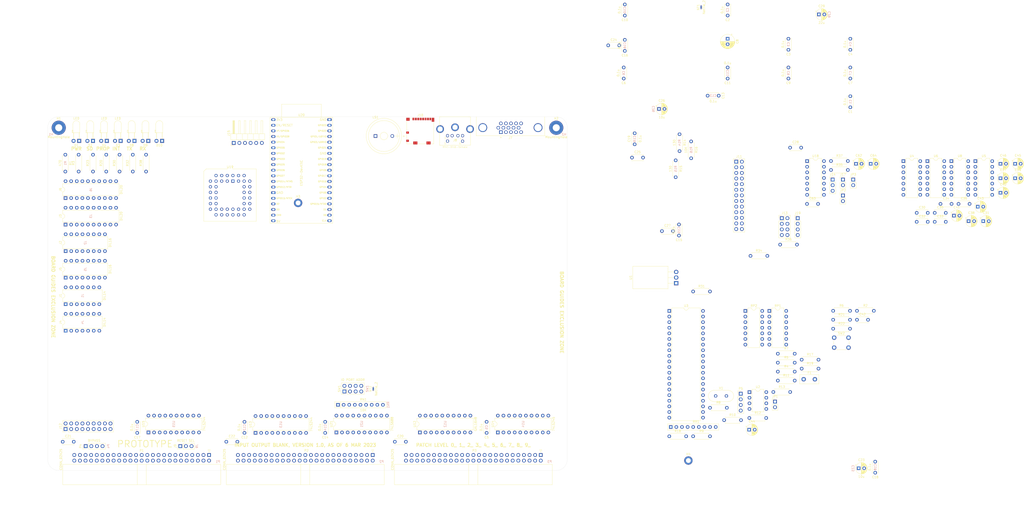
<source format=kicad_pcb>
(kicad_pcb (version 20211014) (generator pcbnew)
  (layers (0 "F.Cu" signal) (31 "B.Cu" signal) (34 "B.Paste" user) (35 "F.Paste" user) (36 "B.SilkS" user "B.Silkscreen") (37 "F.SilkS" user "F.Silkscreen") (38 "B.Mask" user) (39 "F.Mask" user) (44 "Edge.Cuts" user))
  (net 0 "")
  (net 1 "GND")
  (net 2 "VCC")
  (net 3 "VDD")
  (net 4 "Net-(C42-Pad1)")
  (net 5 "Net-(C44-Pad2)")
  (net 6 "Net-(D4-Pad2)")
  (net 7 "Net-(D3-Pad1)")
  (net 8 "Net-(RN1-Pad9)")
  (net 9 "Net-(RN1-Pad5)")
  (net 10 "Net-(RN1-Pad4)")
  (net 11 "Net-(RN1-Pad3)")
  (net 12 "Net-(RN1-Pad2)")
  (net 13 "Net-(D1-Pad2)")
  (net 14 "-12V")
  (net 15 "~{EIRQ0}")
  (net 16 "~{EIRQ1}")
  (net 17 "~{EIRQ2}")
  (net 18 "~{EIRQ3}")
  (net 19 "~{EIRQ4}")
  (net 20 "~{EIRQ5}")
  (net 21 "~{EIRQ6}")
  (net 22 "~{EIRQ7}")
  (net 23 "~{INT0}")
  (net 24 "~{M1}")
  (net 25 "~{IORQ}")
  (net 26 "~{WR}")
  (net 27 "~{RD}")
  (net 28 "A0")
  (net 29 "A1")
  (net 30 "A2")
  (net 31 "A3")
  (net 32 "A4")
  (net 33 "A5")
  (net 34 "A6")
  (net 35 "A7")
  (net 36 "+12V")
  (net 37 "D0")
  (net 38 "D1")
  (net 39 "D2")
  (net 40 "D3")
  (net 41 "D4")
  (net 42 "D5")
  (net 43 "D6")
  (net 44 "D7")
  (net 45 "ONE")
  (net 46 "ZERO")
  (net 47 "bD6")
  (net 48 "bD5")
  (net 49 "bD4")
  (net 50 "bD3")
  (net 51 "bD2")
  (net 52 "bD1")
  (net 53 "bD0")
  (net 54 "~{bWR}")
  (net 55 "~{bRD}")
  (net 56 "bA0")
  (net 57 "bD7")
  (net 58 "~{bRESET}")
  (net 59 "~{bM1}")
  (net 60 "bA7")
  (net 61 "bA6")
  (net 62 "bA5")
  (net 63 "bA4")
  (net 64 "~{bIORQ}")
  (net 65 "bA1")
  (net 66 "bA2")
  (net 67 "bA3")
  (net 168 "/bus/D15")
  (net 169 "/bus/D31")
  (net 170 "/bus/D14")
  (net 171 "/bus/D30")
  (net 172 "/bus/D13")
  (net 173 "/bus/D29")
  (net 174 "/bus/D12")
  (net 175 "/bus/D28")
  (net 176 "/bus/D11")
  (net 177 "/bus/D27")
  (net 178 "/bus/D10")
  (net 179 "/bus/D26")
  (net 180 "/bus/D9")
  (net 181 "/bus/D25")
  (net 182 "/bus/D8")
  (net 183 "/bus/D24")
  (net 184 "/bus/D23")
  (net 185 "/bus/D22")
  (net 186 "/bus/D21")
  (net 187 "/bus/D20")
  (net 188 "/bus/D19")
  (net 189 "/bus/D18")
  (net 190 "/bus/D17")
  (net 191 "/bus/D16")
  (net 192 "/bus/~{BUSERR}")
  (net 193 "/bus/UDS")
  (net 194 "/bus/~{VPA}")
  (net 195 "/bus/LDS")
  (net 196 "/bus/~{VMA}")
  (net 197 "/bus/S2")
  (net 198 "/bus/~{BHE}")
  (net 199 "/bus/S1")
  (net 200 "/bus/IPL2")
  (net 201 "/bus/S0")
  (net 202 "/bus/IPL1")
  (net 203 "/bus/AUXCLK3")
  (net 204 "/bus/IPL0")
  (net 205 "/bus/AUXCLK2")
  (net 206 "/bus/A15")
  (net 207 "/bus/A31")
  (net 208 "/bus/A14")
  (net 209 "/bus/A30")
  (net 210 "/bus/A13")
  (net 211 "/bus/A29")
  (net 212 "/bus/A12")
  (net 213 "/bus/A28")
  (net 214 "/bus/A11")
  (net 215 "/bus/A27")
  (net 216 "/bus/A10")
  (net 217 "/bus/A26")
  (net 218 "/bus/A9")
  (net 219 "/bus/A25")
  (net 220 "/bus/A8")
  (net 221 "/bus/A24")
  (net 222 "/bus/A23")
  (net 223 "/bus/A22")
  (net 224 "/bus/A21")
  (net 225 "/bus/A20")
  (net 226 "/bus/A19")
  (net 227 "/bus/A18")
  (net 228 "/bus/A17")
  (net 229 "/bus/A16")
  (net 230 "/bus/IC3")
  (net 231 "/ESP32/EN")
  (net 232 "/bus/IC2")
  (net 233 "Net-(D2-Pad2)")
  (net 234 "/bus/IC1")
  (net 235 "Net-(D4-Pad1)")
  (net 236 "/bus/IC0")
  (net 237 "Net-(D8-Pad1)")
  (net 238 "/bus/AUXCLK1")
  (net 239 "/bus/AUXCLK0")
  (net 240 "/bus/E")
  (net 241 "/bus/ST")
  (net 242 "/bus/PHI")
  (net 243 "/bus/~{MREQ}")
  (net 244 "/bus/~{INT2}")
  (net 245 "/bus/~{INT1}")
  (net 246 "/bus/~{BUSACK}")
  (net 247 "/bus/CRUCLK")
  (net 248 "/bus/CLK")
  (net 249 "/bus/CRUOUT")
  (net 250 "/bus/CRUIN")
  (net 251 "/bus/~{NMI}")
  (net 252 "~{RES_IN}")
  (net 253 "~{RES_OUT}")
  (net 254 "/bus/USER8")
  (net 255 "/bus/~{BUSRQ}")
  (net 256 "/bus/USER7")
  (net 257 "Net-(D8-Pad2)")
  (net 258 "/bus/USER6")
  (net 259 "/bus/~{HALT}")
  (net 260 "/bus/USER5")
  (net 261 "/bus/~{RFSH}")
  (net 262 "/bus/USER4")
  (net 263 "/bus/USER3")
  (net 264 "/bus/USER2")
  (net 265 "/bus/USER1")
  (net 266 "/bus/USER0")
  (net 267 "~{BAI}")
  (net 268 "~{BAO}")
  (net 269 "~{IEI}")
  (net 270 "~{IEO}")
  (net 271 "/bus/I2C_SCL")
  (net 272 "/bus/I2C_SDA")
  (net 273 "Net-(D9-Pad1)")
  (net 277 "Net-(D9-Pad2)")
  (net 278 "Net-(D10-Pad1)")
  (net 279 "Net-(D10-Pad2)")
  (net 280 "/Propeller/KBD_VCC")
  (net 281 "/Propeller/RED")
  (net 282 "/Propeller/GREEN")
  (net 283 "/Propeller/BLUE")
  (net 288 "/Propeller/HSYNC")
  (net 289 "/Propeller/VSYNC")
  (net 301 "/Propeller/DAT2")
  (net 303 "/Propeller/~{nCS}{slash}DAT3")
  (net 304 "/Propeller/DI{slash}CMD")
  (net 317 "Net-(J9-Pad2)")
  (net 318 "/Propeller/SDCLK")
  (net 319 "/Propeller/DO{slash}DAT0")
  (net 320 "/Propeller/nIRQ{slash}DAT1")
  (net 321 "/ESP32/SENSOR_VP")
  (net 322 "/ESP32/IO23")
  (net 323 "/ESP32/SENSOR_VN")
  (net 324 "/ESP32/IO22")
  (net 325 "/ESP32/IO34")
  (net 326 "/ESP32/IO21")
  (net 327 "/ESP32/IO35")
  (net 328 "/ESP32/IO32")
  (net 329 "/ESP32/IO17")
  (net 330 "/ESP32/IO33")
  (net 331 "/ESP32/IO16")
  (net 332 "/ESP32/IO25")
  (net 333 "/ESP32/IO2")
  (net 334 "/ESP32/IO26")
  (net 335 "/ESP32/SD1")
  (net 336 "/ESP32/IO27")
  (net 337 "/ESP32/SD0")
  (net 338 "/ESP32/CLK-ESP32")
  (net 339 "/ESP32/SD2")
  (net 340 "/ESP32/CMD")
  (net 341 "/ESP32/SD3")
  (net 342 "Net-(J12-Pad1)")
  (net 343 "/ESP32/TTL_RX")
  (net 344 "/ESP32/IO4")
  (net 345 "/ESP32/TTL_TX")
  (net 346 "/ESP32/IO5")
  (net 347 "/ESP32/TTL_CTS#")
  (net 348 "/ESP32/IO18")
  (net 349 "/ESP32/TTL_RTS#")
  (net 350 "/ESP32/IO19")
  (net 351 "/ESP32/RXD")
  (net 352 "/ESP32/TXD")
  (net 353 "Net-(J15-Pad3)")
  (net 355 "/ESP32/TTL_DSR#")
  (net 356 "Net-(J19-Pad1)")
  (net 357 "Net-(J19-Pad2)")
  (net 358 "Net-(J19-Pad3)")
  (net 359 "Net-(J19-Pad4)")
  (net 360 "Net-(JP1-Pad1)")
  (net 361 "~{WAIT}")
  (net 362 "/ESP32/VCC_ESP32")
  (net 363 "/ESP32/IO0")
  (net 365 "/bus/~{TEND1}")
  (net 366 "/bus/~{DREQ1}")
  (net 367 "/bus/~{TEND0}")
  (net 368 "/bus/~{DREQ0}")
  (net 369 "Net-(P5-Pad2)")
  (net 370 "/Propeller/RX")
  (net 371 "/Propeller/TX")
  (net 372 "/Propeller/SPK")
  (net 373 "Net-(R4-Pad1)")
  (net 374 "Net-(R5-Pad1)")
  (net 375 "Net-(R6-Pad1)")
  (net 376 "Net-(R7-Pad1)")
  (net 377 "Net-(R8-Pad1)")
  (net 378 "Net-(R9-Pad1)")
  (net 379 "Net-(R10-Pad1)")
  (net 380 "Net-(R11-Pad1)")
  (net 381 "/Propeller/CLR")
  (net 382 "/Propeller/KBD_DAT")
  (net 383 "/Propeller/KBD_CLK")
  (net 385 "Net-(R22-Pad2)")
  (net 386 "/ESP32/bRESET")
  (net 387 "/ESP32/MTDI")
  (net 388 "/ESP32/MTDO")
  (net 389 "/ESP32/MTMS")
  (net 390 "/ESP32/MTCK")
  (net 391 "Net-(RP1-Pad8)")
  (net 392 "Net-(RP1-Pad9)")
  (net 393 "Net-(RP1-Pad10)")
  (net 394 "Net-(RP1-Pad11)")
  (net 395 "Net-(RP1-Pad12)")
  (net 396 "Net-(RP1-Pad13)")
  (net 397 "Net-(RP1-Pad14)")
  (net 399 "~{CS_PROP}")
  (net 400 "Net-(RP2-Pad9)")
  (net 401 "Net-(RP2-Pad10)")
  (net 402 "Net-(RP2-Pad11)")
  (net 403 "Net-(RP2-Pad12)")
  (net 405 "Net-(RP2-Pad14)")
  (net 406 "/Propeller/SDA")
  (net 407 "/Propeller/SCL")
  (net 408 "Net-(U3-Pad30)")
  (net 409 "Net-(U3-Pad31)")
  (net 410 "Net-(U4-Pad2)")
  (net 411 "Net-(U4-Pad4)")
  (net 412 "Net-(U4-Pad6)")
  (net 417 "Net-(U5-Pad5)")
  (net 424 "/ESP32/INT")
  (net 425 "~{CS_BRD}")
  (net 426 "~{CS_SERIAL}")
  (net 431 "/ESP32/CLK_UART")
  (net 437 "Net-(U19-Pad10)")
  (net 442 "/ESP32/TXRDY#")
  (net 443 "/ESP32/RXRDY#")
  (net 445 "/ESP32/TTL_OUT2")
  (net 446 "/ESP32/TTL_DTR#")
  (net 447 "/ESP32/TTL_OUT1")
  (net 448 "/ESP32/TTL_DCD#")
  (net 449 "/ESP32/TTL_RI#")
  (net 451 "Net-(R20-Pad1)")
  (net 452 "Net-(J8-Pad1)")
  (net 453 "Net-(J8-Pad5)")
  (footprint "MountingHole:MountingHole_3.2mm_M3_Pad" (layer "F.Cu") (at 265 75)
    (fp_text reference "H2")
    (fp_text value "MountingHole")
  )
  (footprint "MountingHole:MountingHole_3.2mm_M3_Pad" (layer "F.Cu") (at 40 75)
    (fp_text reference "H1")
    (fp_text value "MountingHole")
  )
  (footprint "Connector_IDC:IDC-Header_2x25_P2.54mm_Horizontal" (layer "F.Cu") (at 182 223 -90)
    (fp_text reference "P2")
    (fp_text value "CONN_02X25")
  )
  (footprint "Connector_IDC:IDC-Header_2x25_P2.54mm_Horizontal" (layer "F.Cu") (at 258 223 -90)
    (fp_text reference "P3")
    (fp_text value "CONN_02X25")
  )
  (footprint "Connector_IDC:IDC-Header_2x25_P2.54mm_Horizontal" (layer "F.Cu") (at 108 223 -90)
    (fp_text reference "P1")
    (fp_text value "CONN_02X25")
  )
  (footprint "Resistor_THT:R_Axial_DIN0207_L6.3mm_D2.5mm_P7.62mm_Horizontal" (layer "F.Cu") (at 326.9 214.54)
    (fp_text reference "R9")
    (fp_text value "270")
  )
  (footprint "Capacitor_THT:C_Disc_D5.0mm_W2.5mm_P5.00mm" (layer "F.Cu") (at 296 35.25 -90)
    (fp_text reference "C16")
    (fp_text value "0.1u")
  )
  (footprint "Connector_PinHeader_2.54mm:PinHeader_1x04_P2.54mm_Vertical" (layer "F.Cu") (at 348.43 195.29)
    (fp_text reference "P5")
    (fp_text value "PROPPLUG")
  )
  (footprint "Connector_PinHeader_2.54mm:PinHeader_1x06_P2.54mm_Horizontal" (layer "F.Cu") (at 119.15 81.875 90)
    (fp_text reference "J15")
    (fp_text value "TTL SERIAL")
  )
  (footprint "Package_DIP:DIP-16_W7.62mm" (layer "F.Cu") (at 43.125 130.8 90)
    (fp_text reference "J2")
    (fp_text value "DIL16")
  )
  (footprint "Resistor_THT:R_Axial_DIN0207_L6.3mm_D2.5mm_P7.62mm_Horizontal" (layer "F.Cu") (at 401 157.79)
    (fp_text reference "R2")
    (fp_text value "240")
  )
  (footprint "Resistor_THT:R_Axial_DIN0207_L6.3mm_D2.5mm_P7.62mm_Horizontal" (layer "F.Cu") (at 365.21 185.29)
    (fp_text reference "R4")
    (fp_text value "510")
  )
  (footprint "Resistor_THT:R_Axial_DIN0207_L6.3mm_D2.5mm_P7.62mm_Horizontal" (layer "F.Cu") (at 340.93 207.24)
    (fp_text reference "R10")
    (fp_text value "270")
  )
  (footprint "Capacitor_THT:C_Disc_D5.0mm_W2.5mm_P5.00mm" (layer "F.Cu") (at 115.794888 217)
    (fp_text reference "C22")
    (fp_text value "0.1u")
  )
  (footprint "Capacitor_THT:C_Disc_D5.0mm_W2.5mm_P5.00mm" (layer "F.Cu") (at 296 19.25 -90)
    (fp_text reference "C10")
    (fp_text value "0.1u")
  )
  (footprint "Resistor_THT:R_Axial_DIN0207_L6.3mm_D2.5mm_P7.62mm_Horizontal" (layer "F.Cu") (at 55.5 94.81 90)
    (fp_text reference "R23")
    (fp_text value "330")
  )
  (footprint "Connector_PinHeader_2.54mm:PinHeader_1x02_P2.54mm_Vertical" (layer "F.Cu") (at 363.93 198.86)
    (fp_text reference "JP1")
    (fp_text value "WAIT EN")
  )
  (footprint "LED_THT:LED_D3.0mm_Horizontal_O3.81mm_Z2.0mm" (layer "F.Cu") (at 49.25 80.95 180)
    (fp_text reference "D1")
    (fp_text value "LED")
  )
  (footprint "LED_THT:LED_D3.0mm_Horizontal_O3.81mm_Z2.0mm" (layer "F.Cu") (at 55.5 80.95 180)
    (fp_text reference "D2")
    (fp_text value "LED")
  )
  (footprint "Capacitor_THT:CP_Radial_D5.0mm_P2.50mm" (layer "F.Cu") (at 352.239775 211.56)
    (fp_text reference "C44")
    (fp_text value "10u")
  )
  (footprint "Capacitor_THT:C_Disc_D5.0mm_W2.5mm_P5.00mm" (layer "F.Cu") (at 160.5 208 -90)
    (fp_text reference "C14")
    (fp_text value "0.1u")
  )
  (footprint "Resistor_THT:R_Axial_DIN0207_L6.3mm_D2.5mm_P7.62mm_Horizontal" (layer "F.Cu") (at 61.5 94.81 90)
    (fp_text reference "R20")
    (fp_text value "330")
  )
  (footprint "LED_THT:LED_D3.0mm_Horizontal_O3.81mm_Z2.0mm" (layer "F.Cu") (at 61.75 80.95 180)
    (fp_text reference "D4")
    (fp_text value "LED")
  )
  (footprint "Package_DIP:DIP-14_W7.62mm" (layer "F.Cu") (at 378.45 90.1)
    (fp_text reference "U18")
    (fp_text value "UART CLK")
  )
  (footprint "Capacitor_THT:CP_Radial_D5.0mm_P2.50mm" (layer "F.Cu") (at 400.559775 91.3)
    (fp_text reference "C62")
    (fp_text value "1u")
  )
  (footprint "Capacitor_THT:C_Disc_D5.0mm_W2.5mm_P5.00mm" (layer "F.Cu") (at 192 217)
    (fp_text reference "C20")
    (fp_text value "0.1u")
  )
  (footprint "Capacitor_THT:C_Disc_D5.0mm_W2.5mm_P5.00mm" (layer "F.Cu") (at 398 47.75 -90)
    (fp_text reference "C7")
    (fp_text value "0.1u")
  )
  (footprint "Capacitor_THT:C_Disc_D5.0mm_W2.5mm_P5.00mm" (layer "F.Cu") (at 312.794888 121.75)
    (fp_text reference "C27")
    (fp_text value "0.1u")
  )
  (footprint "Package_DIP:DIP-16_W7.62mm" (layer "F.Cu") (at 43.125 142.8 90)
    (fp_text reference "J5")
    (fp_text value "DIL16")
  )
  (footprint "Package_DIP:DIP-8_W7.62mm" (layer "F.Cu") (at 352.38 194.56)
    (fp_text reference "U2")
    (fp_text value "24LC512")
  )
  (footprint "Package_DIP:DIP-20_W7.62mm" (layer "F.Cu") (at 165.575 212.8 90)
    (fp_text reference "U21")
    (fp_text value "74LS688")
  )
  (footprint "Capacitor_THT:C_Disc_D5.0mm_W2.5mm_P5.00mm" (layer "F.Cu") (at 409.25 226 -90)
    (fp_text reference "C18")
    (fp_text value "0.1u")
  )
  (footprint "Package_DIP:DIP-14_W7.62mm" (layer "F.Cu") (at 454.55 90.1)
    (fp_text reference "U5")
    (fp_text value "74LS74")
  )
  (footprint "Capacitor_THT:C_Disc_D5.0mm_W2.5mm_P5.00mm" (layer "F.Cu") (at 370 47.75 -90)
    (fp_text reference "C9")
    (fp_text value "0.1u")
  )
  (footprint "Capacitor_THT:C_Disc_D5.0mm_W2.5mm_P5.00mm" (layer "F.Cu") (at 320.5 118.75 -90)
    (fp_text reference "C15")
    (fp_text value "0.1u")
  )
  (footprint "Resistor_THT:R_Axial_DIN0207_L6.3mm_D2.5mm_P7.62mm_Horizontal" (layer "F.Cu") (at 79.5 94.81 90)
    (fp_text reference "R38")
    (fp_text value "470")
  )
  (footprint "Connector_Card:microSD_HC_Molex_104031-0811" (layer "F.Cu") (at 203.5 76.5)
    (fp_text reference "J10")
    (fp_text value "Micro_SD_Card")
  )
  (footprint "MountingHole:MountingHole_2.2mm_M2_DIN965_Pad" (layer "F.Cu") (at 324.75 225.5)
    (fp_text reference "H4")
    (fp_text value "MountingHole")
  )
  (footprint "Resistor_THT:R_Axial_DIN0207_L6.3mm_D2.5mm_P7.62mm_Horizontal" (layer "F.Cu") (at 326.9 149.05)
    (fp_text reference "R31")
    (fp_text value "10K")
  )
  (footprint "Package_DIP:DIP-14_W7.62mm" (layer "F.Cu") (at 443.7 90.1)
    (fp_text reference "U8")
    (fp_text value "74LS32")
  )
  (footprint "mini-din:mini-din6-female" (layer "F.Cu") (at 219.2246 76.88227)
    (fp_text reference "J8")
    (fp_text value "Mini-DIN-6")
  )
  (footprint "Connector_PinHeader_2.54mm:PinHeader_1x03_P2.54mm_Vertical" (layer "F.Cu") (at 94.975 219 90)
    (fp_text reference "J9")
    (fp_text value "RESET SEL")
  )
  (footprint "Resistor_THT:R_Axial_DIN0207_L6.3mm_D2.5mm_P7.62mm_Horizontal" (layer "F.Cu") (at 43 87.19 -90)
    (fp_text reference "R1")
    (fp_text value "470")
  )
  (footprint "Resistor_THT:R_Axial_DIN0207_L6.3mm_D2.5mm_P7.62mm_Horizontal" (layer "F.Cu") (at 316.13 214.54)
    (fp_text reference "R18")
    (fp_text value "100")
  )
  (footprint "LED_THT:LED_D3.0mm_Horizontal_O3.81mm_Z2.0mm" (layer "F.Cu") (at 74.25 80.95 180)
    (fp_text reference "D8")
    (fp_text value "LED")
  )
  (footprint "Capacitor_THT:C_Disc_D5.0mm_W2.5mm_P5.00mm" (layer "F.Cu") (at 436.15 117.55)
    (fp_text reference "C33")
    (fp_text value "0.1u")
  )
  (footprint "Package_TO_SOT_THT:TO-220-3_Horizontal_TabDown" (layer "F.Cu") (at 319.23 145.29 90)
    (fp_text reference "U1")
    (fp_text value "LM2931-3.3_TO220")
  )
  (footprint "Resistor_THT:R_Axial_DIN0207_L6.3mm_D2.5mm_P7.62mm_Horizontal" (layer "F.Cu") (at 365.21 181.24)
    (fp_text reference "R5")
    (fp_text value "270")
  )
  (footprint "Package_DIP:DIP-20_W7.62mm" (layer "F.Cu") (at 238.575 212.8 90)
    (fp_text reference "U14")
    (fp_text value "74LS245")
  )
  (footprint "Resistor_THT:R_Axial_DIN0207_L6.3mm_D2.5mm_P7.62mm_Horizontal" (layer "F.Cu") (at 319 89.75 -90)
    (fp_text reference "R15")
    (fp_text value "130")
  )
  (footprint "Resistor_THT:R_Axial_DIN0207_L6.3mm_D2.5mm_P7.62mm_Horizontal" (layer "F.Cu") (at 375.98 179.89)
    (fp_text reference "R17")
    (fp_text value "10K")
  )
  (footprint "Capacitor_THT:CP_Radial_D5.0mm_P2.50mm" (layer "F.Cu") (at 401.75 229)
    (fp_text reference "C23")
    (fp_text value "10u")
  )
  (footprint "Capacitor_THT:CP_Radial_D5.0mm_P2.50mm" (layer "F.Cu") (at 451.469775 117.25)
    (fp_text reference "C38")
    (fp_text value "10u")
  )
  (footprint "Capacitor_THT:C_Disc_D5.0mm_W2.5mm_P5.00mm" (layer "F.Cu") (at 41.794888 217)
    (fp_text reference "C21")
    (fp_text value "0.1u")
  )
  (footprint "LED_THT:LED_D3.0mm_Horizontal_O3.81mm_Z2.0mm" (layer "F.Cu") (at 86.75 80.95 180)
    (fp_text reference "D10")
    (fp_text value "LED")
  )
  (footprint "Capacitor_THT:C_Disc_D5.0mm_W2.5mm_P5.00mm" (layer "F.Cu") (at 124 208 -90)
    (fp_text reference "C12")
    (fp_text value "0.1u")
  )
  (footprint "Capacitor_THT:C_Disc_D5.0mm_W2.5mm_P5.00mm" (layer "F.Cu") (at 300.455112 82.5 90)
    (fp_text reference "C19")
    (fp_text value "0.1u")
  )
  (footprint "NetTie:NetTie-2_THT_Pad0.3mm" (layer "F.Cu") (at 330.5 21.1 90)
    (fp_text reference "NT1")
    (fp_text value "NetTie_2")
  )
  (footprint "Connector_PinHeader_2.54mm:PinHeader_1x02_P2.54mm_Vertical" (layer "F.Cu") (at 394.65 105.65)
    (fp_text reference "JP2")
    (fp_text value "PWR SEL")
  )
  (footprint "Resistor_THT:R_Axial_DIN0207_L6.3mm_D2.5mm_P7.62mm_Horizontal" (layer "F.Cu") (at 365.21 189.34)
    (fp_text reference "R11")
    (fp_text value "270")
  )
  (footprint "Resistor_THT:R_Array_SIP9" (layer "F.Cu") (at 316.78 210.34)
    (fp_text reference "RR1")
    (fp_text value "10K")
  )
  (footprint "Resistor_THT:R_Axial_DIN0207_L6.3mm_D2.5mm_P7.62mm_Horizontal" (layer "F.Cu") (at 326 81.19 -90)
    (fp_text reference "R16")
    (fp_text value "10K")
  )
  (footprint "Capacitor_THT:C_Disc_D5.0mm_W2.5mm_P5.00mm" (layer "F.Cu") (at 288.5 37.75)
    (fp_text reference "C24")
    (fp_text value "0.1u")
  )
  (footprint "Package_DIP:DIP-20_W7.62mm" (layer "F.Cu") (at 43.075 118.8 90)
    (fp_text reference "J3")
    (fp_text value "DIL20")
  )
  (footprint "Connector_PinHeader_2.54mm:PinHeader_1x04_P2.54mm_Vertical" (layer "F.Cu") (at 52.2 219 90)
    (fp_text reference "P4")
    (fp_text value "BYPASS")
  )
  (footprint "Capacitor_THT:C_Disc_D5.0mm_W2.5mm_P5.00mm" (layer "F.Cu") (at 436.15 113.5)
    (fp_text reference "C35")
    (fp_text value "0.1u")
  )
  (footprint "Resistor_THT:R_Axial_DIN0207_L6.3mm_D2.5mm_P7.62mm_Horizontal" (layer "F.Cu") (at 49 94.81 90)
    (fp_text reference "R3")
    (fp_text value "150")
  )
  (footprint "Capacitor_THT:C_Disc_D5.0mm_W2.5mm_P5.00mm" (layer "F.Cu") (at 428 117.55)
    (fp_text reference "C32")
    (fp_text value "0.1u")
  )
  (footprint "Resistor_THT:R_Axial_DIN0207_L6.3mm_D2.5mm_P7.62mm_Horizontal" (layer "F.Cu") (at 390.23 157.79)
    (fp_text reference "R6")
    (fp_text value "510")
  )
  (footprint "Package_DIP:DIP-14_W7.62mm" (layer "F.Cu") (at 350.53 157.84)
    (fp_text reference "RP2")
    (fp_text value "1K")
  )
  (footprint "Capacitor_THT:C_Disc_D5.0mm_W2.5mm_P5.00mm" (layer "F.Cu") (at 446.92 109.45)
    (fp_text reference "C36")
    (fp_text value "0.1u")
  )
  (footprint "Capacitor_THT:CP_Radial_D5.0mm_P2.50mm" (layer "F.Cu") (at 465.889775 91.3)
    (fp_text reference "C46")
    (fp_text value "10u")
  )
  (footprint "Connector_PinHeader_2.54mm:PinHeader_2x04_P2.54mm_Vertical" (layer "F.Cu") (at 169.2 194.275 90)
    (fp_text reference "SW1")
    (fp_text value "IO PORT ADDR")
  )
  (footprint "Package_DIP:DIP-14_W7.62mm" (layer "F.Cu") (at 43.125 154.8 90)
    (fp_text reference "J1")
    (fp_text value "DIL14")
  )
  (footprint "Buzzer_Beeper:MagneticBuzzer_StarMicronics_HMB-06_HMB-12" (layer "F.Cu") (at 183.25 78.75)
    (fp_text reference "LS1")
    (fp_text value "Speaker")
  )
  (footprint "LED_THT:LED_D3.0mm_Horizontal_O3.81mm_Z2.0mm" (layer "F.Cu") (at 68 80.95 180)
    (fp_text reference "D3")
    (fp_text value "LED")
  )
  (footprint "Resistor_THT:R_Axial_DIN0207_L6.3mm_D2.5mm_P7.62mm_Horizontal" (layer "F.Cu") (at 389.25 90.05)
    (fp_text reference "R37")
    (fp_text value "100")
  )
  (footprint "Connector_PinHeader_2.54mm:PinHeader_1x02_P2.54mm_Vertical" (layer "F.Cu") (at 399.3 98.45)
    (fp_text reference "JP3")
    (fp_text value "BOOT OPT")
  )
  (footprint "Capacitor_THT:C_Disc_D5.0mm_W2.5mm_P5.00mm" (layer "F.Cu") (at 299.25 88.5)
    (fp_text reference "C25")
    (fp_text value "0.1u")
  )
  (footprint "Resistor_THT:R_Axial_DIN0207_L6.3mm_D2.5mm_P7.62mm_Horizontal" (layer "F.Cu") (at 352.85 132.95)
    (fp_text reference "R34")
    (fp_text value "100")
  )
  (footprint "Capacitor_THT:C_Disc_D5.0mm_W2.5mm_P5.00mm" (layer "F.Cu") (at 333.455112 60.5)
    (fp_text reference "C13")
    (fp_text value "0.1u")
  )
  (footprint "Capacitor_THT:CP_Radial_D5.0mm_P2.50mm" (layer "F.Cu") (at 472.519775 97.85)
    (fp_text reference "C39")
    (fp_text value "10u")
  )
  (footprint "Capacitor_THT:CP_Radial_D5.0mm_P2.50mm" (layer "F.Cu") (at 383.75 23.75)
    (fp_text reference "C29")
    (fp_text value "22u")
  )
  (footprint "Connector_Dsub:DSUB-15-HD_Female_Horizontal_P2.29x1.98mm_EdgePinOffset3.03mm_Housed_MountingHolesOffset4.94mm" (layer "F.Cu") (at 239.95 77 180)
    (fp_text reference "J7")
    (fp_text value "VGA")
  )
  (footprint "Resistor_THT:R_Axial_DIN0207_L6.3mm_D2.5mm_P7.62mm_Horizontal" (layer "F.Cu") (at 73.5 94.81 90)
    (fp_text reference "R32")
    (fp_text value "470")
  )
  (footprint "Package_DIP:DIP-20_W7.62mm" (layer "F.Cu") (at 43.075 106.8 90)
    (fp_text reference "J6")
    (fp_text value "DIL20")
  )
  (footprint "Connector_PinHeader_2.54mm:PinHeader_1x03_P2.54mm_Vertical" (layer "F.Cu") (at 390 98.45)
    (fp_text reference "J14")
    (fp_text value "UART DL")
  )
  (footprint "MountingHole:MountingHole_2.2mm_M2_DIN965_Pad" (layer "F.Cu") (at 148.25 109)
    (fp_text reference "H3")
    (fp_text value "MountingHole")
  )
  (footprint "Package_DIP:DIP-40_W15.24mm" (layer "F.Cu") (at 316.13 157.84)
    (fp_text reference "U3")
    (fp_text value "P8X32A")
  )
  (footprint "Capacitor_THT:C_Disc_D5.0mm_W2.5mm_P5.00mm" (layer "F.Cu") (at 370 34.75 -90)
    (fp_text reference "C3")
    (fp_text value "0.1u")
  )
  (footprint "Package_DIP:DIP-14_W7.62mm" (layer "F.Cu") (at 361.38 157.84)
    (fp_text reference "RP1")
    (fp_text value "1K")
  )
  (footprint "Espressif:ESP32-DevKitC" (layer "F.Cu") (at 137.04632 71.34384)
    (fp_text reference "U20")
    (fp_text value "ESP32-DevKitC")
  )
  (footprint "Connector_PinHeader_2.54mm:PinHeader_1x02_P2.54mm_Vertical" (layer "F.Cu") (at 394.65 98.45)
    (fp_text reference "J17")
    (fp_text value "TTL SER PWR")
  )
  (footprint "Package_DIP:DIP-14_W7.62mm" (layer "F.Cu") (at 432.85 90.1)
    (fp_text reference "U6")
    (fp_text value "74LS06")
  )
  (footprint "Capacitor_THT:C_Disc_D5.0mm_W2.5mm_P5.00mm" (layer "F.Cu") (at 438.77 109.45)
    (fp_text reference "C34")
    (fp_text value "0.1u")
  )
  (footprint "Package_DIP:DIP-14_W7.62mm" (layer "F.Cu") (at 43.125 166.8 90)
    (fp_text reference "J4")
    (fp_text value "DIL14")
  )
  (footprint "Capacitor_THT:C_Disc_D5.0mm_W2.5mm_P5.00mm" (layer "F.Cu") (at 75.5 208 -90)
    (fp_text reference "C17")
    (fp_text value "0.1u")
  )
  (footprint "NetTie:NetTie-2_THT_Pad0.3mm" (layer "F.Cu") (at 182.25 193.7 90)
    (fp_text reference "NT2")
    (fp_text value "NetTie_2")
  )
  (footprint "Connector_PinHeader_2.54mm:PinHeader_2x13_P2.54mm_Vertical" (layer "F.Cu") (at 346.4 90.35)
    (fp_text reference "J11")
    (fp_text value "EXTRAS")
  )
  (footprint "Resistor_THT:R_Axial_DIN0207_L6.3mm_D2.5mm_P7.62mm_Horizontal" (layer "F.Cu") (at 366.25 127.85)
    (fp_text reference "R36")
    (fp_text value "100")
  )
  (footprint "Capacitor_THT:CP_Radial_D5.0mm_P2.50mm" (layer "F.Cu") (at 311.455112 66.5)
    (fp_text reference "C26")
    (fp_text value "10u")
  )
  (footprint "Package_DIP:DIP-20_W7.62mm" (layer "F.Cu") (at 129 213 90)
    (fp_text reference "U13")
    (fp_text value "74LS244")
  )
  (footprint "Connector_PinHeader_2.54mm:PinHeader_2x04_P2.54mm_Vertical" (layer "F.Cu") (at 367 115.9)
    (fp_text reference "J13")
    (fp_text value "COM LNK")
  )
  (footprint "Resistor_THT:R_Axial_DIN0207_L6.3mm_D2.5mm_P7.62mm_Horizontal" (layer "F.Cu") (at 390.23 165.89)
    (fp_text reference "R22")
    (fp_text value "10K")
  )
  (footprint "Capacitor_THT:C_Disc_D5.0mm_W2.5mm_P5.00mm" (layer "F.Cu") (at 398 60.75 -90)
    (fp_text reference "C1")
    (fp_text value "0.1u")
  )
  (footprint "Resistor_THT:R_Axial_DIN0207_L6.3mm_D2.5mm_P7.62mm_Horizontal" (layer "F.Cu") (at 390.23 161.84)
    (fp_text reference "R21")
    (fp_text value "10K")
  )
  (footprint "Package_DIP:DIP-14_W7.62mm" (layer "F.Cu") (at 422 90.1)
    (fp_text reference "U4")
    (fp_text value "74LS04")
  )
  (footprint "Resistor_THT:R_Axial_DIN0207_L6.3mm_D2.5mm_P7.62mm_Horizontal" (layer "F.Cu") (at 334.53 201.64)
    (fp_text reference "R8")
    (fp_text value "510")
  )
  (footprint "Package_LCC:PLCC-44_THT-Socket" (layer "F.Cu") (at 118.77 99.15)
    (fp_text reference "U19")
    (fp_text value "TL16C550CFN")
  )
  (footprint "Capacitor_THT:C_Disc_D5.0mm_W2.5mm_P5.00mm" (layer "F.Cu") (at 398 34.75 -90)
    (fp_text reference "C4")
    (fp_text value "0.1u")
  )
  (footprint "Capacitor_THT:C_Disc_D5.0mm_W2.5mm_P5.00mm" (layer "F.Cu") (at 342.5 19.25 -90)
    (fp_text reference "C2")
    (fp_text value "0.1u")
  )
  (footprint "Resistor_THT:R_Axial_DIN0207_L6.3mm_D2.5mm_P7.62mm_Horizontal" (layer "F.Cu") (at 67.5 94.81 90)
    (fp_text reference "R30")
    (fp_text value "470")
  )
  (footprint "Package_DIP:DIP-20_W7.62mm" (layer "F.Cu") (at 80.575 212.8 90)
    (fp_text reference "U15")
    (fp_text value "74LS244")
  )
  (footprint "Capacitor_THT:C_Disc_D5.0mm_W2.5mm_P5.00mm" (layer "F.Cu") (at 233.5 208 -90)
    (fp_text reference "C5")
    (fp_text value "0.1u")
  )
  (footprint "LED_THT:LED_D3.0mm_Horizontal_O3.81mm_Z2.0mm" (layer "F.Cu") (at 80.5 80.95 180)
    (fp_text reference "D9")
    (fp_text value "LED")
  )
  (footprint "Resistor_THT:R_Axial_DIN0207_L6.3mm_D2.5mm_P7.62mm_Horizontal" (layer "F.Cu") (at 363.18 194.51)
    (fp_text reference "R13")
    (fp_text value "10K")
  )
  (footprint "Capacitor_THT:CP_Radial_D5.0mm_P2.50mm" (layer "F.Cu") (at 458.099775 117.25)
    (fp_text reference "C31")
    (fp_text value "22u")
  )
  (footprint "Connector_PinHeader_2.54mm:PinHeader_1x04_P2.54mm_Vertical" (layer "F.Cu") (at 374.2 115.9)
    (fp_text reference "J19")
    (fp_text value "JTAG")
  )
  (footprint "Capacitor_THT:C_Disc_D5.0mm_W2.5mm_P5.00mm" (layer "F.Cu") (at 378.4 109.45)
    (fp_text reference "C63")
    (fp_text value "0.1u")
  )
  (footprint "Button_Switch_THT:SW_PUSH_6mm" (layer "F.Cu") (at 390.68 169.94)
    (fp_text reference "SW2")
    (fp_text value "RESET")
  )
  (footprint "Fuse:Fuse_Littelfuse_395Series" (layer "F.Cu") (at 376.89 188.74)
    (fp_text reference "F1")
    (fp_text value "1.1A")
  )
  (footprint "Resistor_THT:R_Axial_DIN0207_L6.3mm_D2.5mm_P7.62mm_Horizontal" (layer "F.Cu") (at 320.75 77.94 -90)
    (fp_text reference "R14")
    (fp_text value "130")
  )
  (footprint "Resistor_THT:R_Axial_DIN0207_L6.3mm_D2.5mm_P7.62mm_Horizontal" (layer "F.Cu") (at 352.33 206.26)
    (fp_text reference "R12")
    (fp_text value "130")
  )
  (footprint "Capacitor_THT:CP_Radial_D5.0mm_P2.50mm" (layer "F.Cu") (at 444.839775 114.75)
    (fp_text reference "C41")
    (fp_text value "10u")
  )
  (footprint "Capacitor_THT:CP_Radial_D5.0mm_P2.50mm" (layer "F.Cu") (at 407.189775 91.3)
    (fp_text reference "C64")
    (fp_text value "10u")
  )
  (footprint "Capacitor_THT:C_Disc_D5.0mm_W2.5mm_P5.00mm" (layer "F.Cu") (at 370.75 84)
    (fp_text reference "C28")
    (fp_text value "0.1u")
  )
  (footprint "Connector_PinHeader_2.54mm:PinHeader_2x09_P2.54mm_Vertical" (layer "F.Cu") (at 43.1 211.275 90)
    (fp_text reference "J12")
    (fp_text value "INTERRUPT")
  )
  (footprint "Capacitor_THT:CP_Radial_D5.0mm_P2.50mm" (layer "F.Cu") (at 465.889775 97.85)
    (fp_text reference "C37")
    (fp_text value "10u")
  )
  (footprint "Capacitor_THT:C_Disc_D5.0mm_W2.5mm_P5.00mm" (layer "F.Cu") (at 295.5 47.75 -90)
    (fp_text reference "C6")
    (fp_text value "0.1u")
  )
  (footprint "Resistor_THT:R_Axial_DIN0207_L6.3mm_D2.5mm_P7.62mm_Horizontal" (layer "F.Cu") (at 389.25 94.1)
    (fp_text reference "R35")
    (fp_text value "100")
  )
  (footprint "Resistor_THT:R_Array_SIP9" (layer "F.Cu") (at 166.295 200.305)
    (fp_text reference "RN1")
    (fp_text value "10K")
  )
  (footprint "Crystal:Crystal_HC49-4H_Vertical" (layer "F.Cu") (at 337.08 196.29)
    (fp_text reference "X1")
    (fp_text value "5MHz")
  )
  (footprint "Capacitor_THT:CP_Radial_D6.3mm_P2.50mm" (layer "F.Cu") (at 342.5 34.75 -90)
    (fp_text reference "C8")
    (fp_text value "220u")
  )
  (footprint "Capacitor_THT:C_Disc_D5.0mm_W2.5mm_P5.00mm" (layer "F.Cu") (at 401 161.84)
    (fp_text reference "C42")
    (fp_text value "0.1u")
  )
  (footprint "Capacitor_THT:CP_Radial_D5.0mm_P2.50mm" (layer "F.Cu") (at 472.519775 91.3)
    (fp_text reference "C45")
    (fp_text value "10u")
  )
  (footprint "Resistor_THT:R_Axial_DIN0207_L6.3mm_D2.5mm_P7.62mm_Horizontal" (layer "F.Cu") (at 365.21 177.19)
    (fp_text reference "R7")
    (fp_text value "270")
  )
  (footprint "Resistor_THT:R_Axial_DIN0207_L6.3mm_D2.5mm_P7.62mm_Horizontal" (layer "F.Cu") (at 375.98 183.94)
    (fp_text reference "R19")
    (fp_text value "100")
  )
  (footprint "Capacitor_THT:CP_Radial_D5.0mm_P2.50mm" (layer "F.Cu") (at 465.889775 104.4)
    (fp_text reference "C40")
    (fp_text value "10u")
  )
  (footprint "Capacitor_THT:CP_Radial_D5.0mm_P2.50mm" (layer "F.Cu") (at 455.609775 110.7)
    (fp_text reference "C43")
    (fp_text value "10u")
  )
  (footprint "Package_DIP:DIP-20_W7.62mm" (layer "F.Cu") (at 203.325 212.8 90)
    (fp_text reference "U12")
    (fp_text value "GAL16V8")
  )
  (footprint "Capacitor_THT:C_Disc_D5.0mm_W2.5mm_P5.00mm" (layer "F.Cu") (at 342.5 47.75 -90)
    (fp_text reference "C11")
    (fp_text value "0.1u")
  )
  (footprint "Capacitor_THT:C_Disc_D5.0mm_W2.5mm_P5.00mm" (layer "F.Cu") (at 428 113.5)
    (fp_text reference "C30")
    (fp_text value "0.1u")
  )
  (gr_line (start 35 75) (end 35 225) (layer "Edge.Cuts") (width 0.05))
  (gr_line (start 40 230) (end 265 230) (layer "Edge.Cuts") (width 0.05))
  (gr_line (start 270 225) (end 270 75) (layer "Edge.Cuts") (width 0.05))
  (gr_line (start 265 70) (end 40 70) (layer "Edge.Cuts") (width 0.05))
  (gr_arc (start 265 70) (mid 268.535534 71.464466) (end 270 75) (layer "Edge.Cuts") (width 0.05))
  (gr_arc (start 40 230) (mid 36.464466 228.535534) (end 35 225) (layer "Edge.Cuts") (width 0.05))
  (gr_arc (start 35 75) (mid 36.464466 71.464466) (end 40 70) (layer "Edge.Cuts") (width 0.05))
  (gr_arc (start 270 225) (mid 268.535534 228.535534) (end 265 230) (layer "Edge.Cuts") (width 0.05))
  (gr_text "BOARD GUIDES EXCLUSION ZONE" (at 267.5 158.5 270) (layer "F.SilkS") (effects (font (size 1.5 1.5) (thickness 0.3))))
  (gr_text "BOARD GUIDES EXCLUSION ZONE" (at 37.5 151.5 270) (layer "F.SilkS") (effects (font (size 1.5 1.5) (thickness 0.3))))
  (gr_text "INPUT OUTPUT BLANK, VERSION 1.0, AS OF 6 MAR 2023" (at 151.5 218.5) (layer "F.SilkS") (effects (font (size 1.5 1.5) (thickness 0.3))))
  (gr_text "INT" (at 66 84.5) (layer "F.SilkS") (effects (font (size 1.5 1.5) (thickness 0.3))))
  (gr_text "PROP" (at 60 84.5) (layer "F.SilkS") (effects (font (size 1.5 1.5) (thickness 0.3))))
  (gr_text "PROTOTYPE" (at 79 218) (layer "F.SilkS") (effects (font (size 3 3) (thickness 0.3))))
  (gr_text "PWR" (at 48 84.5) (layer "F.SilkS") (effects (font (size 1.5 1.5) (thickness 0.3))))
  (gr_text "RX" (at 78 84.5) (layer "F.SilkS") (effects (font (size 1.5 1.5) (thickness 0.3))))
  (gr_text "TX" (at 72 84.5) (layer "F.SilkS") (effects (font (size 1.5 1.5) (thickness 0.3))))
  (gr_text "PATCH LEVEL 0_ 1_ 2_ 3_ 4_ 5_ 6_ 7_ 8_ 9_" (at 227.5 218.5) (layer "F.SilkS") (effects (font (size 1.5 1.5) (thickness 0.3))))
  (gr_text "SD" (at 54 84.5) (layer "F.SilkS") (effects (font (size 1.5 1.5) (thickness 0.3))))
)
</source>
